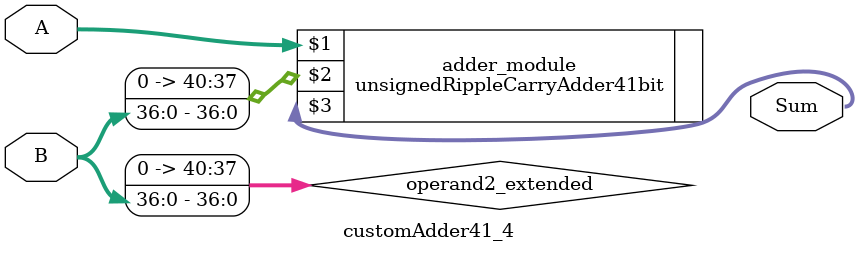
<source format=v>
module customAdder41_4(
                        input [40 : 0] A,
                        input [36 : 0] B,
                        
                        output [41 : 0] Sum
                );

        wire [40 : 0] operand2_extended;
        
        assign operand2_extended =  {4'b0, B};
        
        unsignedRippleCarryAdder41bit adder_module(
            A,
            operand2_extended,
            Sum
        );
        
        endmodule
        
</source>
